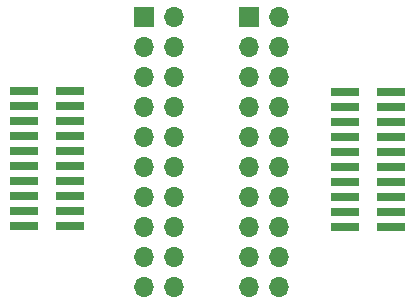
<source format=gbr>
%TF.GenerationSoftware,KiCad,Pcbnew,8.0.8*%
%TF.CreationDate,2025-01-18T10:05:32+01:00*%
%TF.ProjectId,RP2040-LCD-1_28,52503230-3430-42d4-9c43-442d312c3238,rev?*%
%TF.SameCoordinates,Original*%
%TF.FileFunction,Soldermask,Bot*%
%TF.FilePolarity,Negative*%
%FSLAX46Y46*%
G04 Gerber Fmt 4.6, Leading zero omitted, Abs format (unit mm)*
G04 Created by KiCad (PCBNEW 8.0.8) date 2025-01-18 10:05:32*
%MOMM*%
%LPD*%
G01*
G04 APERTURE LIST*
%ADD10O,1.700000X1.700000*%
%ADD11R,1.700000X1.700000*%
%ADD12R,2.400000X0.740000*%
G04 APERTURE END LIST*
D10*
%TO.C,J4*%
X159512800Y-102532200D03*
X156972800Y-102532200D03*
X159512800Y-99992200D03*
X156972800Y-99992200D03*
X159512800Y-97452200D03*
X156972800Y-97452200D03*
X159512800Y-94912200D03*
X156972800Y-94912200D03*
X159512800Y-92372200D03*
X156972800Y-92372200D03*
X159512800Y-89832200D03*
X156972800Y-89832200D03*
X159512800Y-87292200D03*
X156972800Y-87292200D03*
X159512800Y-84752200D03*
X156972800Y-84752200D03*
X159512800Y-82212200D03*
X156972800Y-82212200D03*
X159512800Y-79672200D03*
D11*
X156972800Y-79672200D03*
%TD*%
%TO.C,J3*%
X148082800Y-79672200D03*
D10*
X150622800Y-79672200D03*
X148082800Y-82212200D03*
X150622800Y-82212200D03*
X148082800Y-84752200D03*
X150622800Y-84752200D03*
X148082800Y-87292200D03*
X150622800Y-87292200D03*
X148082800Y-89832200D03*
X150622800Y-89832200D03*
X148082800Y-92372200D03*
X150622800Y-92372200D03*
X148082800Y-94912200D03*
X150622800Y-94912200D03*
X148082800Y-97452200D03*
X150622800Y-97452200D03*
X148082800Y-99992200D03*
X150622800Y-99992200D03*
X148082800Y-102532200D03*
X150622800Y-102532200D03*
%TD*%
D12*
%TO.C,J2*%
X168950000Y-97500000D03*
X165050000Y-97500000D03*
X168950000Y-96230000D03*
X165050000Y-96230000D03*
X168950000Y-94960000D03*
X165050000Y-94960000D03*
X168950000Y-93690000D03*
X165050000Y-93690000D03*
X168950000Y-92420000D03*
X165050000Y-92420000D03*
X168950000Y-91150000D03*
X165050000Y-91150000D03*
X168950000Y-89880000D03*
X165050000Y-89880000D03*
X168950000Y-88610000D03*
X165050000Y-88610000D03*
X168950000Y-87340000D03*
X165050000Y-87340000D03*
X168950000Y-86070000D03*
X165050000Y-86070000D03*
%TD*%
%TO.C,J1*%
X137900000Y-86000000D03*
X141800000Y-86000000D03*
X137900000Y-87270000D03*
X141800000Y-87270000D03*
X137900000Y-88540000D03*
X141800000Y-88540000D03*
X137900000Y-89810000D03*
X141800000Y-89810000D03*
X137900000Y-91080000D03*
X141800000Y-91080000D03*
X137900000Y-92350000D03*
X141800000Y-92350000D03*
X137900000Y-93620000D03*
X141800000Y-93620000D03*
X137900000Y-94890000D03*
X141800000Y-94890000D03*
X137900000Y-96160000D03*
X141800000Y-96160000D03*
X137900000Y-97430000D03*
X141800000Y-97430000D03*
%TD*%
M02*

</source>
